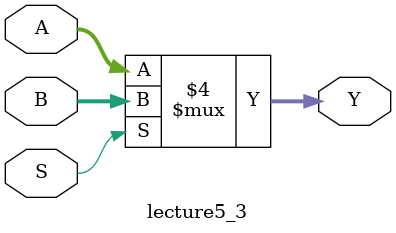
<source format=v>
`timescale 1ns / 1ps

module lecture5_3(
    A,
    B,
    S,
    Y
    );
    
    input [1:0]A;
    input [1:0]B;
    input [0:0]S;
    output [1:0]Y;
    reg [1:0]Y;
  
    always @ (A or B or S)
    begin
        if(S==0)
            Y=A;    
        else    
            Y=B;
    end 
endmodule

</source>
